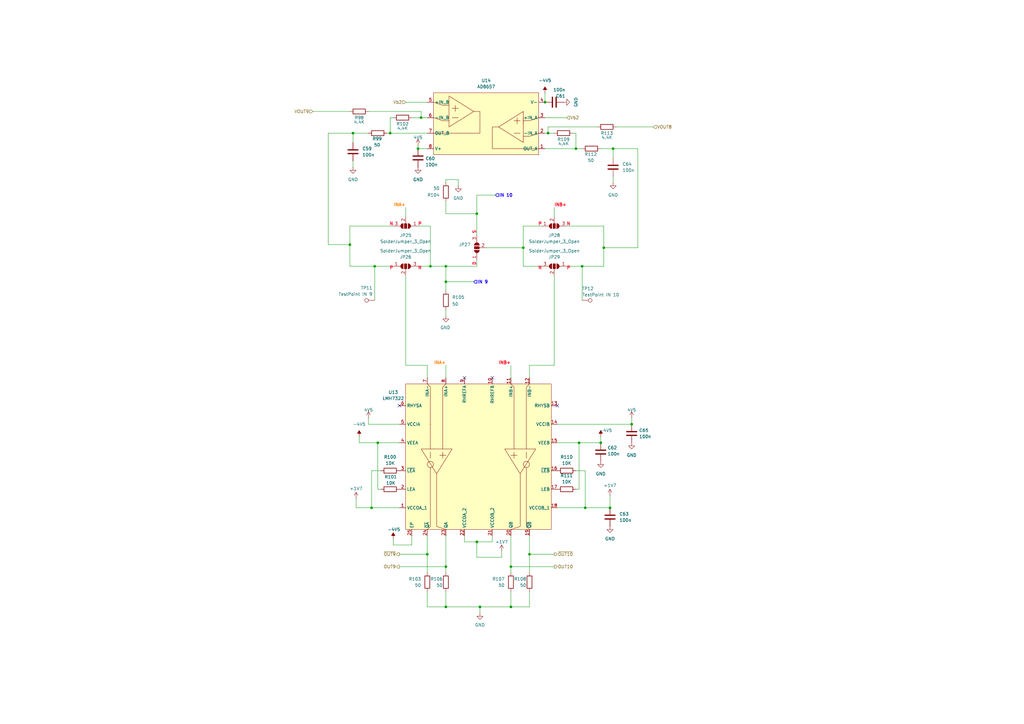
<source format=kicad_sch>
(kicad_sch (version 20231120) (generator "eeschema") (generator_version "8.0")
  (paper "A3")
  (lib_symbols
    (symbol "Connector:TestPoint" (pin_numbers hide) (pin_names (offset 0.762) hide)
      (property "Reference" "TP" (at 0 6.858 0))
      (property "Value" "TestPoint" (at 0 5.08 0))
      (symbol "TestPoint_0_1"
        (circle (center 0 3.302) (radius 0.762))
      )
      (symbol "TestPoint_1_1"
        (pin passive line (at 0 0 90) (length 2.54) (name "1") (number "1"))
      )
    )
    (symbol "Device:C" (pin_numbers hide) (pin_names (offset 0.254))
      (property "Reference" "C" (at 0.635 2.54 0))
      (property "Value" "C" (at 0.635 -2.54 0))
      (symbol "C_0_1"
        (polyline (pts (xy -2.032 -0.762) (xy 2.032 -0.762)) (stroke (width 0.508)))
        (polyline (pts (xy -2.032 0.762) (xy 2.032 0.762)) (stroke (width 0.508)))
      )
      (symbol "C_1_1"
        (pin passive line (at 0 3.81 270) (length 2.794) (name "~") (number "1"))
        (pin passive line (at 0 -3.81 90) (length 2.794) (name "~") (number "2"))
      )
    )
    (symbol "Device:R" (pin_numbers hide) (pin_names (offset 0))
      (property "Reference" "R" (at 2.032 0 90))
      (property "Value" "R" (at 0 0 90))
      (symbol "R_0_1"
        (rectangle (start -1.016 -2.54) (end 1.016 2.54) (stroke (width 0.254)))
      )
      (symbol "R_1_1"
        (pin passive line (at 0 3.81 270) (length 1.27) (name "~") (number "1"))
        (pin passive line (at 0 -3.81 90) (length 1.27) (name "~") (number "2"))
      )
    )
    (symbol "SolderJumper_3_Open_3" (pin_names (offset 0) hide) (exclude_from_sim yes) (in_bom no)
      (property "Reference" "JP" (at -2.54 -2.54 0))
      (property "Value" "SolderJumper_3_Open" (at 0 2.794 0))
      (symbol "SolderJumper_3_Open_3_0_1"
        (arc (start -1.016 1.016) (mid -2.0276 0) (end -1.016 -1.016))
        (arc (start -1.016 1.016) (mid -2.0276 0) (end -1.016 -1.016) (fill (type outline)))
        (rectangle (start -0.508 1.016) (end 0.508 -1.016) (fill (type outline)))
        (polyline (pts (xy -2.54 0) (xy -2.032 0)))
        (polyline (pts (xy -1.016 1.016) (xy -1.016 -1.016)))
        (polyline (pts (xy 0 -1.27) (xy 0 -1.016)))
        (polyline (pts (xy 1.016 1.016) (xy 1.016 -1.016)))
        (polyline (pts (xy 2.54 0) (xy 2.032 0)))
        (arc (start 1.016 -1.016) (mid 2.0276 0) (end 1.016 1.016))
        (arc (start 1.016 -1.016) (mid 2.0276 0) (end 1.016 1.016) (fill (type outline)))
      )
      (symbol "SolderJumper_3_Open_3_1_1"
        (pin passive line (at -5.08 0 0) (length 2.54) (name "A") (number "1"))
        (pin passive line (at 0 -3.81 90) (length 2.54) (name "C") (number "2"))
        (pin passive line (at 5.08 0 180) (length 2.54) (name "B") (number "3"))
      )
    )
    (symbol "power:+1V2" (power) (pin_numbers hide) (pin_names (offset 0) hide)
      (property "Value" "+1V2" (at 0 3.556 0))
      (symbol "+1V2_0_1"
        (polyline (pts (xy -0.762 1.27) (xy 0 2.54)))
        (polyline (pts (xy 0 0) (xy 0 2.54)))
        (polyline (pts (xy 0 2.54) (xy 0.762 1.27)))
      )
      (symbol "+1V2_1_1"
        (pin power_in line (at 0 0 90) (length 0) (name "~") (number "1"))
      )
    )
    (symbol "power:+8V" (power) (pin_numbers hide) (pin_names (offset 0) hide)
      (property "Value" "+8V" (at 0 3.556 0))
      (symbol "+8V_0_1"
        (polyline (pts (xy -0.762 1.27) (xy 0 2.54)))
        (polyline (pts (xy 0 0) (xy 0 2.54)))
        (polyline (pts (xy 0 2.54) (xy 0.762 1.27)))
      )
      (symbol "+8V_1_1"
        (pin power_in line (at 0 0 90) (length 0) (name "~") (number "1"))
      )
    )
    (symbol "power:-8V" (power) (pin_numbers hide) (pin_names (offset 0) hide)
      (property "Value" "-8V" (at 0 3.556 0))
      (symbol "-8V_0_0"
        (pin power_in line (at 0 0 90) (length 0) (name "~") (number "1"))
      )
      (symbol "-8V_0_1"
        (polyline (pts (xy 0 0) (xy 0 1.27) (xy 0.762 1.27) (xy 0 2.54) (xy -0.762 1.27) (xy 0 1.27)) (fill (type outline)))
      )
    )
    (symbol "power:GND" (power) (pin_numbers hide) (pin_names (offset 0) hide)
      (property "Value" "GND" (at 0 -3.81 0))
      (symbol "GND_0_1"
        (polyline (pts (xy 0 0) (xy 0 -1.27) (xy 1.27 -1.27) (xy 0 -2.54) (xy -1.27 -1.27) (xy 0 -1.27)))
      )
      (symbol "GND_1_1"
        (pin power_in line (at 0 0 270) (length 0) (name "~") (number "1"))
      )
    )
    (symbol "prova:AD8657"
      (property "Reference" "U" (at 9.906 3.556 0))
      (property "Value" "AD8657" (at 10.16 5.842 0))
      (symbol "AD8657_0_1"
        (polyline (pts (xy 12.7 17.78) (xy 12.7 20.32)))
        (polyline (pts (xy 13.97 19.05) (xy 16.51 19.05)))
        (polyline (pts (xy 13.97 24.13) (xy 16.51 24.13)))
        (polyline (pts (xy 15.24 20.32) (xy 15.24 17.78)))
        (polyline (pts (xy 16.51 19.05) (xy 16.51 19.05)))
        (polyline (pts (xy 36.83 17.78) (xy 36.83 17.78)))
        (polyline (pts (xy 39.37 13.97) (xy 41.91 13.97)))
        (polyline (pts (xy 39.37 17.78) (xy 41.91 17.78)))
        (polyline (pts (xy 40.64 15.24) (xy 40.64 12.7)))
      )
      (symbol "AD8657_1_1"
        (polyline (pts (xy 6.35 17.78) (xy 10.16 19.05)))
        (polyline (pts (xy 10.16 25.4) (xy 6.35 24.13)))
        (polyline (pts (xy 11.43 19.05) (xy 10.16 19.05)))
        (polyline (pts (xy 11.43 19.05) (xy 12.7 19.05)))
        (polyline (pts (xy 11.43 25.4) (xy 10.16 25.4)))
        (polyline (pts (xy 11.43 25.4) (xy 12.7 25.4)))
        (polyline (pts (xy 22.86 21.59) (xy 25.4 21.59) (xy 25.4 26.67)))
        (polyline (pts (xy 25.4 26.67) (xy 25.4 30.48) (xy 6.35 30.48)))
        (polyline (pts (xy 49.53 11.43) (xy 45.72 12.7) (xy 43.18 12.7)))
        (polyline (pts (xy 49.53 17.78) (xy 45.72 19.05) (xy 43.18 19.05)))
        (polyline (pts (xy 12.7 15.24) (xy 12.7 27.94) (xy 22.86 21.59) (xy 12.7 15.24)))
        (polyline (pts (xy 33.02 15.24) (xy 30.48 15.24) (xy 30.48 24.13) (xy 49.53 24.13)))
        (polyline (pts (xy 43.18 21.59) (xy 43.18 8.89) (xy 33.02 15.24) (xy 43.18 21.59)))
        (rectangle (start 6.35 33.02) (end 49.53 7.62) (fill (type background)))
        (pin output line (at 3.81 30.48 0) (length 2.54) (name "OUT_A") (number "1"))
        (pin input line (at 3.81 24.13 0) (length 2.54) (name "-IN_A") (number "2"))
        (pin input line (at 3.81 17.78 0) (length 2.54) (name "+IN_A") (number "3"))
        (pin input line (at 3.81 11.43 0) (length 2.54) (name "V-") (number "4"))
        (pin input line (at 52.07 11.43 180) (length 2.54) (name "+IN_B") (number "5"))
        (pin input line (at 52.07 17.78 180) (length 2.54) (name "-IN_B") (number "6"))
        (pin input line (at 52.07 24.13 180) (length 2.54) (name "OUT_B") (number "7"))
        (pin input line (at 52.07 30.48 180) (length 2.54) (name "V+") (number "8"))
      )
    )
    (symbol "prova:LMH7322"
      (property "Reference" "U" (at 11.684 8.89 0))
      (property "Value" "LMH7322" (at 20.32 16.51 0))
      (symbol "LMH7322_0_1"
        (circle (center -8.89 -5.08) (radius 0.0001))
        (circle (center -8.89 11.43) (radius 1.27))
        (polyline (pts (xy -8.89 -8.89) (xy -8.89 5.08)))
        (polyline (pts (xy -8.89 8.89) (xy -8.89 6.35)))
        (polyline (pts (xy -3.81 -8.89) (xy -3.81 5.08)))
        (polyline (pts (xy -3.81 8.89) (xy -3.81 6.35)))
        (polyline (pts (xy -2.54 7.62) (xy -5.08 7.62)))
        (polyline (pts (xy 25.4 8.89) (xy 25.4 6.35)))
        (polyline (pts (xy 26.67 7.62) (xy 24.13 7.62)))
        (polyline (pts (xy 30.48 -2.54) (xy 30.48 -2.54)))
        (polyline (pts (xy 30.48 8.89) (xy 30.48 6.35)))
        (polyline (pts (xy -8.89 -8.89) (xy -8.89 -20.32) (xy -10.16 -21.59)))
        (polyline (pts (xy -8.89 12.7) (xy -8.89 36.83) (xy -10.16 38.1)))
        (polyline (pts (xy -6.35 15.24) (xy -6.35 36.83) (xy -2.54 38.1)))
        (polyline (pts (xy -3.81 -8.89) (xy -3.81 -20.32) (xy -2.54 -21.59)))
        (polyline (pts (xy 27.94 15.24) (xy 27.94 36.83) (xy 24.13 38.1)))
        (polyline (pts (xy 30.48 12.7) (xy 30.48 36.83) (xy 31.75 38.1)))
        (circle (center 30.48 11.43) (radius 1.27))
      )
      (symbol "LMH7322_1_1"
        (rectangle (start -19.05 38.1) (end 40.64 -21.59) (fill (type background)))
        (polyline (pts (xy 0 5.08) (xy -12.7 5.08) (xy -6.35 15.24) (xy 0 5.08)))
        (polyline (pts (xy 24.13 -21.59) (xy 25.4 -20.32) (xy 25.4 -16.51) (xy 25.4 5.08)) (fill (type background)))
        (polyline (pts (xy 30.48 5.08) (xy 30.48 -16.51) (xy 30.48 -20.32) (xy 31.75 -21.59)) (fill (type background)))
        (polyline (pts (xy 34.29 5.08) (xy 21.59 5.08) (xy 27.94 15.24) (xy 34.29 5.08)) (fill (type background)))
        (pin input line (at -21.59 29.21 0) (length 2.54) (name "VCCOA_1") (number "1"))
        (pin input line (at 16.51 -24.13 90) (length 2.54) (name "RHREFB") (number "10"))
        (pin input line (at 24.13 -24.13 90) (length 2.54) (name "INB+") (number "11"))
        (pin input line (at 31.75 -24.13 90) (length 2.54) (name "INB-") (number "12"))
        (pin input line (at 43.18 -12.7 180) (length 2.54) (name "RHYSB") (number "13"))
        (pin input line (at 43.18 -5.08 180) (length 2.54) (name "VCCIB") (number "14"))
        (pin input line (at 43.18 2.54 180) (length 2.54) (name "VEEB") (number "15"))
        (pin input line (at 43.18 13.97 180) (length 2.54) (name "~{LEB}") (number "16"))
        (pin input line (at 43.18 21.59 180) (length 2.54) (name "LEB") (number "17"))
        (pin input line (at 43.18 29.21 180) (length 2.54) (name "VCCOB_1") (number "18"))
        (pin output line (at 31.75 40.64 270) (length 2.54) (name "~{QB}") (number "19"))
        (pin input line (at -21.59 21.59 0) (length 2.54) (name "LEA") (number "2"))
        (pin output line (at 24.13 40.64 270) (length 2.54) (name "QB") (number "20"))
        (pin input line (at 16.51 40.64 270) (length 2.54) (name "VCCOB_2") (number "21"))
        (pin input line (at 5.08 40.64 270) (length 2.54) (name "VCCOA_2") (number "22"))
        (pin output line (at -2.54 40.64 270) (length 2.54) (name "QA") (number "23"))
        (pin output line (at -10.16 40.64 270) (length 2.54) (name "~{QA}") (number "24"))
        (pin passive line (at -16.51 40.64 270) (length 2.54) (name "EP") (number "25"))
        (pin input line (at -21.59 13.97 0) (length 2.54) (name "~{LEA}") (number "3"))
        (pin input line (at -21.59 2.54 0) (length 2.54) (name "VEEA") (number "4"))
        (pin input line (at -21.59 -5.08 0) (length 2.54) (name "VCCIA") (number "5"))
        (pin input line (at -21.59 -12.7 0) (length 2.54) (name "RHYSA") (number "6"))
        (pin input line (at -10.16 -24.13 90) (length 2.54) (name "INA-") (number "7"))
        (pin input line (at -2.54 -24.13 90) (length 2.54) (name "INA+") (number "8"))
        (pin input line (at 5.08 -24.13 90) (length 2.54) (name "RHREFA") (number "9"))
      )
    )
  )
  (junction (at 209.55 232.41))
  (junction (at 160.02 54.61))
  (junction (at 196.85 248.92))
  (junction (at 240.03 208.28))
  (junction (at 195.58 222.25))
  (junction (at 209.55 248.92))
  (junction (at 223.52 41.91))
  (junction (at 251.46 60.96))
  (junction (at 176.53 109.22))
  (junction (at 175.26 227.33))
  (junction (at 259.08 173.99))
  (junction (at 217.17 227.33))
  (junction (at 143.51 100.33))
  (junction (at 182.88 248.92))
  (junction (at 237.49 181.61))
  (junction (at 144.78 54.61))
  (junction (at 224.79 54.61))
  (junction (at 171.45 60.96))
  (junction (at 182.88 109.22))
  (junction (at 246.38 181.61))
  (junction (at 236.22 60.96))
  (junction (at 153.67 109.22))
  (junction (at 247.65 101.6))
  (junction (at 238.76 109.22))
  (junction (at 182.88 115.57))
  (junction (at 182.88 232.41))
  (junction (at 154.94 181.61))
  (junction (at 195.58 87.63))
  (junction (at 214.63 101.6))
  (junction (at 250.19 208.28))
  (junction (at 152.4 208.28))
  (junction (at 172.72 48.26))
  (no_connect (at 163.83 166.37))
  (no_connect (at 190.5 154.94))
  (no_connect (at 228.6 166.37))
  (no_connect (at 201.93 154.94))
  (wire (pts (xy 222.25 92.71) (xy 214.63 92.71)))
  (wire (pts (xy 236.22 193.04) (xy 240.03 193.04)))
  (wire (pts (xy 182.88 232.41) (xy 182.88 234.95)))
  (wire (pts (xy 182.88 127) (xy 182.88 129.54)))
  (wire (pts (xy 214.63 92.71) (xy 214.63 101.6)))
  (wire (pts (xy 168.91 219.71) (xy 168.91 223.52)))
  (wire (pts (xy 250.19 203.2) (xy 250.19 208.28)))
  (wire (pts (xy 182.88 115.57) (xy 194.31 115.57)))
  (wire (pts (xy 227.33 227.33) (xy 217.17 227.33)))
  (wire (pts (xy 259.08 171.45) (xy 259.08 173.99)))
  (wire (pts (xy 163.83 208.28) (xy 152.4 208.28)))
  (wire (pts (xy 153.67 109.22) (xy 161.29 109.22)))
  (wire (pts (xy 182.88 232.41) (xy 163.83 232.41)))
  (wire (pts (xy 158.75 54.61) (xy 160.02 54.61)))
  (wire (pts (xy 190.5 222.25) (xy 190.5 219.71)))
  (wire (pts (xy 182.88 119.38) (xy 182.88 115.57)))
  (wire (pts (xy 227.33 232.41) (xy 209.55 232.41)))
  (wire (pts (xy 217.17 248.92) (xy 209.55 248.92)))
  (wire (pts (xy 201.93 222.25) (xy 201.93 219.71)))
  (wire (pts (xy 240.03 208.28) (xy 228.6 208.28)))
  (wire (pts (xy 182.88 73.66) (xy 187.96 73.66)))
  (wire (pts (xy 168.91 223.52) (xy 161.29 223.52)))
  (wire (pts (xy 209.55 232.41) (xy 209.55 234.95)))
  (wire (pts (xy 175.26 219.71) (xy 175.26 227.33)))
  (wire (pts (xy 236.22 54.61) (xy 236.22 60.96)))
  (wire (pts (xy 182.88 219.71) (xy 182.88 232.41)))
  (wire (pts (xy 154.94 200.66) (xy 154.94 181.61)))
  (wire (pts (xy 161.29 220.98) (xy 161.29 223.52)))
  (wire (pts (xy 152.4 208.28) (xy 146.05 208.28)))
  (wire (pts (xy 190.5 222.25) (xy 195.58 222.25)))
  (wire (pts (xy 154.94 181.61) (xy 147.32 181.61)))
  (wire (pts (xy 199.39 101.6) (xy 214.63 101.6)))
  (wire (pts (xy 247.65 101.6) (xy 247.65 109.22)))
  (wire (pts (xy 232.41 109.22) (xy 238.76 109.22)))
  (wire (pts (xy 217.17 149.86) (xy 217.17 154.94)))
  (wire (pts (xy 217.17 227.33) (xy 217.17 234.95)))
  (wire (pts (xy 217.17 242.57) (xy 217.17 248.92)))
  (wire (pts (xy 195.58 80.01) (xy 195.58 87.63)))
  (wire (pts (xy 176.53 92.71) (xy 176.53 109.22)))
  (wire (pts (xy 147.32 179.07) (xy 147.32 181.61)))
  (wire (pts (xy 175.26 60.96) (xy 171.45 60.96)))
  (wire (pts (xy 251.46 64.77) (xy 251.46 60.96)))
  (wire (pts (xy 223.52 60.96) (xy 236.22 60.96)))
  (wire (pts (xy 175.26 154.94) (xy 175.26 149.86)))
  (wire (pts (xy 134.62 100.33) (xy 134.62 54.61)))
  (wire (pts (xy 246.38 181.61) (xy 237.49 181.61)))
  (wire (pts (xy 182.88 82.55) (xy 182.88 87.63)))
  (wire (pts (xy 171.45 59.69) (xy 171.45 60.96)))
  (wire (pts (xy 175.26 149.86) (xy 166.37 149.86)))
  (wire (pts (xy 144.78 58.42) (xy 144.78 54.61)))
  (wire (pts (xy 224.79 54.61) (xy 227.33 54.61)))
  (wire (pts (xy 196.85 248.92) (xy 196.85 251.46)))
  (wire (pts (xy 246.38 179.07) (xy 246.38 181.61)))
  (wire (pts (xy 134.62 54.61) (xy 144.78 54.61)))
  (wire (pts (xy 238.76 109.22) (xy 238.76 123.19)))
  (wire (pts (xy 224.79 52.07) (xy 245.11 52.07)))
  (wire (pts (xy 128.27 45.72) (xy 143.51 45.72)))
  (wire (pts (xy 160.02 54.61) (xy 160.02 48.26)))
  (wire (pts (xy 236.22 200.66) (xy 237.49 200.66)))
  (wire (pts (xy 214.63 101.6) (xy 214.63 109.22)))
  (wire (pts (xy 152.4 193.04) (xy 156.21 193.04)))
  (wire (pts (xy 250.19 208.28) (xy 240.03 208.28)))
  (wire (pts (xy 143.51 92.71) (xy 143.51 100.33)))
  (wire (pts (xy 143.51 92.71) (xy 161.29 92.71)))
  (wire (pts (xy 205.74 226.06) (xy 205.74 228.6)))
  (wire (pts (xy 246.38 60.96) (xy 251.46 60.96)))
  (wire (pts (xy 224.79 54.61) (xy 223.52 54.61)))
  (wire (pts (xy 267.97 52.07) (xy 252.73 52.07)))
  (wire (pts (xy 175.26 227.33) (xy 175.26 234.95)))
  (wire (pts (xy 182.88 149.86) (xy 182.88 154.94)))
  (wire (pts (xy 261.62 60.96) (xy 251.46 60.96)))
  (wire (pts (xy 151.13 171.45) (xy 151.13 173.99)))
  (wire (pts (xy 247.65 101.6) (xy 261.62 101.6)))
  (wire (pts (xy 166.37 85.09) (xy 166.37 88.9)))
  (wire (pts (xy 163.83 181.61) (xy 154.94 181.61)))
  (wire (pts (xy 151.13 173.99) (xy 163.83 173.99)))
  (wire (pts (xy 195.58 87.63) (xy 195.58 96.52)))
  (wire (pts (xy 205.74 228.6) (xy 195.58 228.6)))
  (wire (pts (xy 143.51 100.33) (xy 134.62 100.33)))
  (wire (pts (xy 171.45 92.71) (xy 176.53 92.71)))
  (wire (pts (xy 209.55 219.71) (xy 209.55 232.41)))
  (wire (pts (xy 166.37 41.91) (xy 175.26 41.91)))
  (wire (pts (xy 152.4 193.04) (xy 152.4 208.28)))
  (wire (pts (xy 146.05 204.47) (xy 146.05 208.28)))
  (wire (pts (xy 195.58 222.25) (xy 195.58 228.6)))
  (wire (pts (xy 238.76 109.22) (xy 247.65 109.22)))
  (wire (pts (xy 232.41 92.71) (xy 247.65 92.71)))
  (wire (pts (xy 209.55 242.57) (xy 209.55 248.92)))
  (wire (pts (xy 224.79 54.61) (xy 224.79 52.07)))
  (wire (pts (xy 240.03 193.04) (xy 240.03 208.28)))
  (wire (pts (xy 153.67 109.22) (xy 153.67 123.19)))
  (wire (pts (xy 236.22 60.96) (xy 238.76 60.96)))
  (wire (pts (xy 195.58 222.25) (xy 201.93 222.25)))
  (wire (pts (xy 182.88 87.63) (xy 195.58 87.63)))
  (wire (pts (xy 172.72 48.26) (xy 172.72 45.72)))
  (wire (pts (xy 227.33 85.09) (xy 227.33 88.9)))
  (wire (pts (xy 195.58 80.01) (xy 203.2 80.01)))
  (wire (pts (xy 144.78 66.04) (xy 144.78 68.58)))
  (wire (pts (xy 143.51 100.33) (xy 143.51 109.22)))
  (wire (pts (xy 176.53 109.22) (xy 171.45 109.22)))
  (wire (pts (xy 182.88 73.66) (xy 182.88 74.93)))
  (wire (pts (xy 261.62 101.6) (xy 261.62 60.96)))
  (wire (pts (xy 156.21 200.66) (xy 154.94 200.66)))
  (wire (pts (xy 217.17 149.86) (xy 227.33 149.86)))
  (wire (pts (xy 175.26 227.33) (xy 163.83 227.33)))
  (wire (pts (xy 195.58 109.22) (xy 182.88 109.22)))
  (wire (pts (xy 223.52 38.1) (xy 223.52 41.91)))
  (wire (pts (xy 234.95 54.61) (xy 236.22 54.61)))
  (wire (pts (xy 182.88 248.92) (xy 175.26 248.92)))
  (wire (pts (xy 182.88 109.22) (xy 176.53 109.22)))
  (wire (pts (xy 187.96 73.66) (xy 187.96 76.2)))
  (wire (pts (xy 175.26 242.57) (xy 175.26 248.92)))
  (wire (pts (xy 168.91 48.26) (xy 172.72 48.26)))
  (wire (pts (xy 195.58 106.68) (xy 195.58 109.22)))
  (wire (pts (xy 228.6 181.61) (xy 237.49 181.61)))
  (wire (pts (xy 166.37 149.86) (xy 166.37 113.03)))
  (wire (pts (xy 196.85 248.92) (xy 182.88 248.92)))
  (wire (pts (xy 209.55 248.92) (xy 196.85 248.92)))
  (wire (pts (xy 160.02 54.61) (xy 175.26 54.61)))
  (wire (pts (xy 227.33 113.03) (xy 227.33 149.86)))
  (wire (pts (xy 151.13 45.72) (xy 172.72 45.72)))
  (wire (pts (xy 214.63 109.22) (xy 222.25 109.22)))
  (wire (pts (xy 143.51 109.22) (xy 153.67 109.22)))
  (wire (pts (xy 182.88 242.57) (xy 182.88 248.92)))
  (wire (pts (xy 217.17 219.71) (xy 217.17 227.33)))
  (wire (pts (xy 144.78 54.61) (xy 151.13 54.61)))
  (wire (pts (xy 237.49 200.66) (xy 237.49 181.61)))
  (wire (pts (xy 247.65 92.71) (xy 247.65 101.6)))
  (wire (pts (xy 251.46 72.39) (xy 251.46 74.93)))
  (wire (pts (xy 223.52 48.26) (xy 232.41 48.26)))
  (wire (pts (xy 172.72 48.26) (xy 175.26 48.26)))
  (wire (pts (xy 209.55 149.86) (xy 209.55 154.94)))
  (wire (pts (xy 182.88 109.22) (xy 182.88 115.57)))
  (wire (pts (xy 228.6 173.99) (xy 259.08 173.99)))
  (wire (pts (xy 160.02 48.26) (xy 161.29 48.26)))
  (text "P\n" (at 221.488 91.948 0) (effects (font (size 1.27 1.27) (thickness 0.254) (bold yes))))
  (text "N" (at 172.212 109.982 0) (effects (font (size 1.27 1.27) (thickness 0.254) (bold yes))))
  (text "P\n" (at 172.212 91.948 0) (effects (font (size 1.27 1.27) (thickness 0.254) (bold yes))))
  (text "N" (at 221.488 109.982 0) (effects (font (size 1.27 1.27) (thickness 0.254) (bold yes))))
  (text "N" (at 233.172 91.948 0) (effects (font (size 1.27 1.27) (thickness 0.254) (bold yes))))
  (text "D" (at 194.564 108.204 90) (effects (font (size 1.27 1.27) (thickness 0.254) (bold yes))))
  (text "N" (at 160.528 91.948 0) (effects (font (size 1.27 1.27) (thickness 0.254) (bold yes))))
  (text "S" (at 194.564 95.25 90) (effects (font (size 1.27 1.27) (thickness 0.254) (bold yes))))
  (text "P\n" (at 233.172 109.982 0) (effects (font (size 1.27 1.27) (thickness 0.254) (bold yes))))
  (text "P\n" (at 160.528 109.982 0) (effects (font (size 1.27 1.27) (thickness 0.254) (bold yes))))
  (label "INA+" (at 182.88 149.86 180) (effects (font (thickness 0.254) (bold yes))))
  (label "INB+" (at 227.33 85.09 0) (effects (font (thickness 0.254) (bold yes))))
  (label "INA+" (at 166.37 85.09 180) (effects (font (thickness 0.254) (bold yes))))
  (label "INB+" (at 209.55 149.86 180) (effects (font (thickness 0.254) (bold yes))))
  (hierarchical_label "IN 9" (shape input) (at 194.31 115.57 0) (effects (font (thickness 0.254) (bold yes))))
  (hierarchical_label "~{OUT10}" (shape output) (at 227.33 227.33 0))
  (hierarchical_label "OUT10" (shape output) (at 227.33 232.41 0))
  (hierarchical_label "Vb2" (shape input) (at 232.41 48.26 0))
  (hierarchical_label "~{OUT9}" (shape output) (at 163.83 227.33 180))
  (hierarchical_label "OUT9" (shape output) (at 163.83 232.41 180))
  (hierarchical_label "Vb2" (shape input) (at 166.37 41.91 180))
  (hierarchical_label "VOUT9" (shape input) (at 128.27 45.72 180))
  (hierarchical_label "IN 10" (shape input) (at 203.2 80.01 0) (effects (font (thickness 0.254) (bold yes))))
  (hierarchical_label "VOUT8" (shape input) (at 267.97 52.07 0))
  (symbol (lib_id "Device:R") (at 217.17 238.76 0) (mirror y) (unit 1)
    (property "Reference" "R108" (at 215.9 237.49 0) (effects (justify left)))
    (property "Value" "50" (at 215.9 240.03 0) (effects (justify left)))
    (property "Footprint" "Resistor_SMD:R_0603_1608Metric_Pad0.98x0.95mm_HandSolder" (effects (hide yes)))
    (property "Description" "Resistor" (effects (hide yes)))
  )
  (symbol (lib_id "power:+8V") (at 171.45 59.69 0) (unit 1)
    (property "Reference" "#PWR0152" (effects (hide yes)))
    (property "Value" "4V5" (at 171.45 56.388 0))
    (property "Description" "Power symbol creates a global label with name \"+8V\"" (effects (hide yes)))
  )
  (symbol (lib_id "power:GND") (at 196.85 251.46 0) (mirror y) (unit 1)
    (property "Reference" "#PWR0156" (effects (hide yes)))
    (property "Value" "GND" (at 196.85 256.286 0))
    (property "Description" "Power symbol creates a global label with name \"GND\" , ground" (effects (hide yes)))
  )
  (symbol (lib_id "Device:R") (at 231.14 54.61 270) (unit 1)
    (property "Reference" "R109" (at 231.14 57.15 90))
    (property "Value" "4.4K" (at 231.14 58.928 90))
    (property "Footprint" "Resistor_SMD:R_0603_1608Metric_Pad0.98x0.95mm_HandSolder" (effects (hide yes)))
    (property "Description" "Resistor" (effects (hide yes)))
  )
  (symbol (lib_id "Device:R") (at 242.57 60.96 90) (unit 1)
    (property "Reference" "R112" (at 242.316 63.246 90))
    (property "Value" "50" (at 242.316 65.786 90))
    (property "Footprint" "Resistor_SMD:R_0603_1608Metric_Pad0.98x0.95mm_HandSolder" (effects (hide yes)))
    (property "Description" "Resistor" (effects (hide yes)))
  )
  (symbol (lib_id "prova:AD8657") (at 227.33 30.48 180) (unit 1)
    (property "Reference" "U14" (at 199.39 33.02 0))
    (property "Value" "AD8657" (at 199.39 35.56 0))
    (property "Footprint" "SamacSys_Parts:SOP65P490X110-8N" (effects (hide yes)))
  )
  (symbol (lib_id "Device:R") (at 147.32 45.72 270) (unit 1)
    (property "Reference" "R98" (at 147.32 48.26 90))
    (property "Value" "4.4K" (at 147.32 50.038 90))
    (property "Footprint" "Resistor_SMD:R_0603_1608Metric_Pad0.98x0.95mm_HandSolder" (effects (hide yes)))
    (property "Description" "Resistor" (effects (hide yes)))
  )
  (symbol (lib_id "Device:R") (at 182.88 123.19 180) (unit 1)
    (property "Reference" "R105" (at 185.42 121.9199 0) (effects (justify right)))
    (property "Value" "50" (at 185.42 124.714 0) (effects (justify right)))
    (property "Footprint" "Resistor_SMD:R_0603_1608Metric_Pad0.98x0.95mm_HandSolder" (effects (hide yes)))
    (property "Description" "Resistor" (effects (hide yes)))
  )
  (symbol (lib_id "power:GND") (at 250.19 215.9 0) (unit 1)
    (property "Reference" "#PWR0164" (effects (hide yes)))
    (property "Value" "GND" (at 250.19 220.98 0))
    (property "Description" "Power symbol creates a global label with name \"GND\" , ground" (effects (hide yes)))
  )
  (symbol (lib_id "power:GND") (at 144.78 68.58 0) (unit 1)
    (property "Reference" "#PWR0147" (effects (hide yes)))
    (property "Value" "GND" (at 144.78 73.66 0))
    (property "Description" "Power symbol creates a global label with name \"GND\" , ground" (effects (hide yes)))
  )
  (symbol (lib_id "Device:C") (at 251.46 68.58 0) (unit 1)
    (property "Reference" "C64" (at 255.27 67.3099 0) (effects (justify left)))
    (property "Value" "100n" (at 255.27 69.8499 0) (effects (justify left)))
    (property "Footprint" "Capacitor_SMD:C_0603_1608Metric_Pad1.08x0.95mm_HandSolder" (effects (hide yes)))
    (property "Description" "Unpolarized capacitor" (effects (hide yes)))
  )
  (symbol (lib_id "power:+1V2") (at 205.74 226.06 0) (mirror y) (unit 1)
    (property "Reference" "#PWR0157" (effects (hide yes)))
    (property "Value" "+1V7" (at 205.74 222.25 0))
    (property "Description" "Power symbol creates a global label with name \"+1V2\"" (effects (hide yes)))
  )
  (symbol (lib_id "power:-8V") (at 147.32 179.07 0) (mirror y) (unit 1)
    (property "Reference" "#PWR0149" (effects (hide yes)))
    (property "Value" "-4V5" (at 147.32 173.99 0))
    (property "Description" "Power symbol creates a global label with name \"-8V\"" (effects (hide yes)))
  )
  (symbol (lib_id "power:GND") (at 171.45 68.58 0) (unit 1)
    (property "Reference" "#PWR0153" (effects (hide yes)))
    (property "Value" "GND" (at 171.45 73.66 0))
    (property "Description" "Power symbol creates a global label with name \"GND\" , ground" (effects (hide yes)))
  )
  (symbol (lib_id "power:-8V") (at 161.29 220.98 0) (mirror y) (unit 1)
    (property "Reference" "#PWR0131" (effects (hide yes)))
    (property "Value" "-4V5" (at 161.544 217.17 0))
    (property "Description" "Power symbol creates a global label with name \"-8V\"" (effects (hide yes)))
  )
  (symbol (lib_id "Connector:TestPoint") (at 238.76 123.19 270) (unit 1)
    (property "Reference" "TP12" (at 241.046 118.364 90))
    (property "Value" "TestPoint IN 10" (at 246.38 120.904 90))
    (property "Footprint" "TestPoint:TestPoint_Pad_D1.0mm" (effects (hide yes)))
    (property "Description" "test point" (effects (hide yes)))
  )
  (symbol (lib_name "SolderJumper_3_Open_3") (lib_id "Jumper:SolderJumper_3_Open") (at 166.37 92.71 180) (unit 1) (exclude_from_sim yes) (in_bom no)
    (property "Reference" "JP25" (at 166.37 96.52 0))
    (property "Value" "SolderJumper_3_Open" (at 166.37 99.06 0))
    (property "Footprint" "Jumper:SolderJumper-3_P1.3mm_Open_RoundedPad1.0x1.5mm_NumberLabels" (effects (hide yes)))
    (property "Description" "Solder Jumper, 3-pole, open" (effects (hide yes)))
  )
  (symbol (lib_id "Device:R") (at 232.41 193.04 270) (mirror x) (unit 1)
    (property "Reference" "R110" (at 232.41 187.452 90))
    (property "Value" "10K" (at 232.41 189.992 90))
    (property "Footprint" "Resistor_SMD:R_0603_1608Metric_Pad0.98x0.95mm_HandSolder" (effects (hide yes)))
    (property "Description" "Resistor" (effects (hide yes)))
  )
  (symbol (lib_id "power:GND") (at 187.96 76.2 0) (unit 1)
    (property "Reference" "#PWR0155" (effects (hide yes)))
    (property "Value" "GND" (at 187.96 81.28 0))
    (property "Description" "Power symbol creates a global label with name \"GND\" , ground" (effects (hide yes)))
  )
  (symbol (lib_id "Device:R") (at 160.02 193.04 270) (mirror x) (unit 1)
    (property "Reference" "R100" (at 160.02 187.452 90))
    (property "Value" "10K" (at 160.02 189.992 90))
    (property "Footprint" "Resistor_SMD:R_0603_1608Metric_Pad0.98x0.95mm_HandSolder" (effects (hide yes)))
    (property "Description" "Resistor" (effects (hide yes)))
  )
  (symbol (lib_id "Device:C") (at 259.08 177.8 0) (unit 1)
    (property "Reference" "C65" (at 262.128 176.53 0) (effects (justify left)))
    (property "Value" "100n" (at 262.128 179.07 0) (effects (justify left)))
    (property "Footprint" "Capacitor_SMD:C_0603_1608Metric_Pad1.08x0.95mm_HandSolder" (effects (hide yes)))
    (property "Description" "Unpolarized capacitor" (effects (hide yes)))
  )
  (symbol (lib_id "Device:R") (at 160.02 200.66 270) (mirror x) (unit 1)
    (property "Reference" "R101" (at 160.274 195.58 90))
    (property "Value" "10K" (at 160.274 198.12 90))
    (property "Footprint" "Resistor_SMD:R_0603_1608Metric_Pad0.98x0.95mm_HandSolder" (effects (hide yes)))
    (property "Description" "Resistor" (effects (hide yes)))
  )
  (symbol (lib_id "Device:C") (at 227.33 41.91 90) (unit 1)
    (property "Reference" "C61" (at 231.902 39.37 90) (effects (justify left)))
    (property "Value" "100n" (at 231.902 36.83 90) (effects (justify left)))
    (property "Footprint" "Capacitor_SMD:C_0603_1608Metric_Pad1.08x0.95mm_HandSolder" (effects (hide yes)))
    (property "Description" "Unpolarized capacitor" (effects (hide yes)))
  )
  (symbol (lib_id "Device:C") (at 144.78 62.23 0) (unit 1)
    (property "Reference" "C59" (at 148.59 60.9599 0) (effects (justify left)))
    (property "Value" "100n" (at 148.59 63.4999 0) (effects (justify left)))
    (property "Footprint" "Capacitor_SMD:C_0603_1608Metric_Pad1.08x0.95mm_HandSolder" (effects (hide yes)))
    (property "Description" "Unpolarized capacitor" (effects (hide yes)))
  )
  (symbol (lib_id "Device:R") (at 175.26 238.76 0) (mirror y) (unit 1)
    (property "Reference" "R103" (at 172.72 237.4899 0) (effects (justify left)))
    (property "Value" "50" (at 172.72 240.0299 0) (effects (justify left)))
    (property "Footprint" "Resistor_SMD:R_0603_1608Metric_Pad0.98x0.95mm_HandSolder" (effects (hide yes)))
    (property "Description" "Resistor" (effects (hide yes)))
  )
  (symbol (lib_id "prova:LMH7322") (at 185.42 179.07 0) (mirror x) (unit 1)
    (property "Reference" "U13" (at 161.29 160.8738 0))
    (property "Value" "LMH7322" (at 161.29 163.4138 0))
    (property "Footprint" "SamacSys_Parts:QFN50P400X400X80-25N" (effects (hide yes)))
  )
  (symbol (lib_id "Device:R") (at 154.94 54.61 90) (unit 1)
    (property "Reference" "R99" (at 154.686 56.896 90))
    (property "Value" "50" (at 154.686 59.436 90))
    (property "Footprint" "Resistor_SMD:R_0603_1608Metric_Pad0.98x0.95mm_HandSolder" (effects (hide yes)))
    (property "Description" "Resistor" (effects (hide yes)))
  )
  (symbol (lib_id "Device:R") (at 248.92 52.07 270) (unit 1)
    (property "Reference" "R113" (at 248.92 54.61 90))
    (property "Value" "4.4K" (at 248.92 56.388 90))
    (property "Footprint" "Resistor_SMD:R_0603_1608Metric_Pad0.98x0.95mm_HandSolder" (effects (hide yes)))
    (property "Description" "Resistor" (effects (hide yes)))
  )
  (symbol (lib_id "Device:C") (at 171.45 64.77 0) (unit 1)
    (property "Reference" "C60" (at 174.498 65.024 0) (effects (justify left)))
    (property "Value" "100n" (at 174.498 67.564 0) (effects (justify left)))
    (property "Footprint" "Capacitor_SMD:C_0603_1608Metric_Pad1.08x0.95mm_HandSolder" (effects (hide yes)))
    (property "Description" "Unpolarized capacitor" (effects (hide yes)))
  )
  (symbol (lib_id "Connector:TestPoint") (at 153.67 123.19 90) (unit 1)
    (property "Reference" "TP11" (at 150.368 118.11 90))
    (property "Value" "TestPoint IN 9" (at 145.796 120.65 90))
    (property "Footprint" "TestPoint:TestPoint_Pad_D1.0mm" (effects (hide yes)))
    (property "Description" "test point" (effects (hide yes)))
  )
  (symbol (lib_id "Device:R") (at 182.88 238.76 0) (mirror y) (unit 1)
    (property "Reference" "R106" (at 181.61 237.49 0) (effects (justify left)))
    (property "Value" "50" (at 181.61 240.03 0) (effects (justify left)))
    (property "Footprint" "Resistor_SMD:R_0603_1608Metric_Pad0.98x0.95mm_HandSolder" (effects (hide yes)))
    (property "Description" "Resistor" (effects (hide yes)))
  )
  (symbol (lib_id "Device:C") (at 250.19 212.09 0) (unit 1)
    (property "Reference" "C63" (at 254 210.8199 0) (effects (justify left)))
    (property "Value" "100n" (at 254 213.3599 0) (effects (justify left)))
    (property "Footprint" "Capacitor_SMD:C_0603_1608Metric_Pad1.08x0.95mm_HandSolder" (effects (hide yes)))
    (property "Description" "Unpolarized capacitor" (effects (hide yes)))
  )
  (symbol (lib_id "power:+1V2") (at 250.19 203.2 0) (mirror y) (unit 1)
    (property "Reference" "#PWR0163" (effects (hide yes)))
    (property "Value" "+1V7" (at 250.19 199.136 0))
    (property "Description" "Power symbol creates a global label with name \"+1V2\"" (effects (hide yes)))
  )
  (symbol (lib_id "power:GND") (at 251.46 74.93 0) (unit 1)
    (property "Reference" "#PWR0165" (effects (hide yes)))
    (property "Value" "GND" (at 251.46 80.01 0))
    (property "Description" "Power symbol creates a global label with name \"GND\" , ground" (effects (hide yes)))
  )
  (symbol (lib_id "power:GND") (at 231.14 41.91 90) (unit 1)
    (property "Reference" "#PWR0159" (effects (hide yes)))
    (property "Value" "GND" (at 236.22 41.91 0))
    (property "Description" "Power symbol creates a global label with name \"GND\" , ground" (effects (hide yes)))
  )
  (symbol (lib_id "Device:C") (at 246.38 185.42 0) (unit 1)
    (property "Reference" "C62" (at 249.174 183.642 0) (effects (justify left)))
    (property "Value" "100n" (at 249.174 186.182 0) (effects (justify left)))
    (property "Footprint" "Capacitor_SMD:C_0603_1608Metric_Pad1.08x0.95mm_HandSolder" (effects (hide yes)))
    (property "Description" "Unpolarized capacitor" (effects (hide yes)))
  )
  (symbol (lib_id "power:GND") (at 246.38 189.23 0) (unit 1)
    (property "Reference" "#PWR0162" (effects (hide yes)))
    (property "Value" "GND" (at 246.38 194.31 0))
    (property "Description" "Power symbol creates a global label with name \"GND\" , ground" (effects (hide yes)))
  )
  (symbol (lib_name "SolderJumper_3_Open_3") (lib_id "Jumper:SolderJumper_3_Open") (at 227.33 109.22 0) (mirror y) (unit 1) (exclude_from_sim yes) (in_bom no)
    (property "Reference" "JP29" (at 227.33 105.41 0))
    (property "Value" "SolderJumper_3_Open" (at 227.33 102.87 0))
    (property "Footprint" "Jumper:SolderJumper-3_P1.3mm_Open_RoundedPad1.0x1.5mm_NumberLabels" (effects (hide yes)))
    (property "Description" "Solder Jumper, 3-pole, open" (effects (hide yes)))
  )
  (symbol (lib_id "power:+1V2") (at 146.05 204.47 0) (mirror y) (unit 1)
    (property "Reference" "#PWR0148" (effects (hide yes)))
    (property "Value" "+1V7" (at 146.05 200.406 0))
    (property "Description" "Power symbol creates a global label with name \"+1V2\"" (effects (hide yes)))
  )
  (symbol (lib_id "power:-8V") (at 246.38 179.07 0) (mirror y) (unit 1)
    (property "Reference" "#PWR0161" (effects (hide yes)))
    (property "Value" "-4V5" (at 248.412 176.53 0))
    (property "Description" "Power symbol creates a global label with name \"-8V\"" (effects (hide yes)))
  )
  (symbol (lib_name "SolderJumper_3_Open_3") (lib_id "Jumper:SolderJumper_3_Open") (at 195.58 101.6 90) (unit 1) (exclude_from_sim yes) (in_bom no)
    (property "Reference" "JP27" (at 193.04 100.3299 90) (effects (justify left)))
    (property "Value" "SolderJumper_3_Open" (effects (hide yes)))
    (property "Footprint" "Jumper:SolderJumper-3_P1.3mm_Open_RoundedPad1.0x1.5mm_NumberLabels" (effects (hide yes)))
    (property "Description" "Solder Jumper, 3-pole, open" (effects (hide yes)))
  )
  (symbol (lib_id "Device:R") (at 232.41 200.66 270) (mirror x) (unit 1)
    (property "Reference" "R111" (at 232.41 195.072 90))
    (property "Value" "10K" (at 232.41 197.612 90))
    (property "Footprint" "Resistor_SMD:R_0603_1608Metric_Pad0.98x0.95mm_HandSolder" (effects (hide yes)))
    (property "Description" "Resistor" (effects (hide yes)))
  )
  (symbol (lib_name "SolderJumper_3_Open_3") (lib_id "Jumper:SolderJumper_3_Open") (at 227.33 92.71 0) (mirror x) (unit 1) (exclude_from_sim yes) (in_bom no)
    (property "Reference" "JP28" (at 227.33 96.52 0))
    (property "Value" "SolderJumper_3_Open" (at 227.33 99.06 0))
    (property "Footprint" "Jumper:SolderJumper-3_P1.3mm_Open_RoundedPad1.0x1.5mm_NumberLabels" (effects (hide yes)))
    (property "Description" "Solder Jumper, 3-pole, open" (effects (hide yes)))
  )
  (symbol (lib_id "power:-8V") (at 223.52 38.1 0) (unit 1)
    (property "Reference" "#PWR0158" (effects (hide yes)))
    (property "Value" "-4V5" (at 223.52 33.02 0))
    (property "Description" "Power symbol creates a global label with name \"-8V\"" (effects (hide yes)))
  )
  (symbol (lib_id "power:+8V") (at 259.08 171.45 0) (mirror y) (unit 1)
    (property "Reference" "#PWR0160" (effects (hide yes)))
    (property "Value" "4V5" (at 259.08 168.148 0))
    (property "Description" "Power symbol creates a global label with name \"+8V\"" (effects (hide yes)))
  )
  (symbol (lib_id "power:+8V") (at 151.13 171.45 0) (mirror y) (unit 1)
    (property "Reference" "#PWR0150" (effects (hide yes)))
    (property "Value" "4V5" (at 151.13 168.148 0))
    (property "Description" "Power symbol creates a global label with name \"+8V\"" (effects (hide yes)))
  )
  (symbol (lib_id "Device:R") (at 209.55 238.76 0) (mirror y) (unit 1)
    (property "Reference" "R107" (at 207.01 237.4899 0) (effects (justify left)))
    (property "Value" "50" (at 207.01 240.0299 0) (effects (justify left)))
    (property "Footprint" "Resistor_SMD:R_0603_1608Metric_Pad0.98x0.95mm_HandSolder" (effects (hide yes)))
    (property "Description" "Resistor" (effects (hide yes)))
  )
  (symbol (lib_id "power:GND") (at 259.08 181.61 0) (unit 1)
    (property "Reference" "#PWR0166" (effects (hide yes)))
    (property "Value" "GND" (at 259.08 186.69 0))
    (property "Description" "Power symbol creates a global label with name \"GND\" , ground" (effects (hide yes)))
  )
  (symbol (lib_name "SolderJumper_3_Open_3") (lib_id "Jumper:SolderJumper_3_Open") (at 166.37 109.22 0) (unit 1) (exclude_from_sim yes) (in_bom no)
    (property "Reference" "JP26" (at 166.37 105.41 0))
    (property "Value" "SolderJumper_3_Open" (at 166.37 102.87 0))
    (property "Footprint" "Jumper:SolderJumper-3_P1.3mm_Open_RoundedPad1.0x1.5mm_NumberLabels" (effects (hide yes)))
    (property "Description" "Solder Jumper, 3-pole, open" (effects (hide yes)))
  )
  (symbol (lib_id "power:GND") (at 182.88 129.54 0) (unit 1)
    (property "Reference" "#PWR0154" (effects (hide yes)))
    (property "Value" "GND" (at 182.626 134.366 0))
    (property "Description" "Power symbol creates a global label with name \"GND\" , ground" (effects (hide yes)))
  )
  (symbol (lib_id "Device:R") (at 182.88 78.74 0) (unit 1)
    (property "Reference" "R104" (at 180.34 80.0101 0) (effects (justify right)))
    (property "Value" "50" (at 180.34 77.216 0) (effects (justify right)))
    (property "Footprint" "Resistor_SMD:R_0603_1608Metric_Pad0.98x0.95mm_HandSolder" (effects (hide yes)))
    (property "Description" "Resistor" (effects (hide yes)))
  )
  (symbol (lib_id "Device:R") (at 165.1 48.26 270) (unit 1)
    (property "Reference" "R102" (at 165.1 50.8 90))
    (property "Value" "4.4K" (at 165.1 52.578 90))
    (property "Footprint" "Resistor_SMD:R_0603_1608Metric_Pad0.98x0.95mm_HandSolder" (effects (hide yes)))
    (property "Description" "Resistor" (effects (hide yes)))
  )
)
</source>
